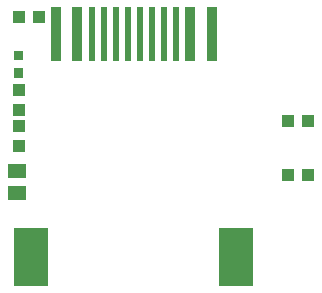
<source format=gbr>
G04 EAGLE Gerber RS-274X export*
G75*
%MOMM*%
%FSLAX34Y34*%
%LPD*%
%INSolderpaste Top*%
%IPPOS*%
%AMOC8*
5,1,8,0,0,1.08239X$1,22.5*%
G01*
%ADD10R,0.800000X0.800000*%
%ADD11R,1.100000X1.000000*%
%ADD12R,1.000000X1.100000*%
%ADD13R,1.500000X1.300000*%
%ADD14R,0.610000X4.600000*%
%ADD15R,0.810000X4.600000*%
%ADD16R,3.000000X4.900000*%


D10*
G36*
X238971Y488222D02*
X230972Y488195D01*
X230945Y496194D01*
X238944Y496221D01*
X238971Y488222D01*
G37*
G36*
X239023Y473222D02*
X231024Y473195D01*
X230997Y481194D01*
X238996Y481221D01*
X239023Y473222D01*
G37*
D11*
X235246Y446264D03*
X235246Y463264D03*
D12*
X234982Y415788D03*
X234982Y432788D03*
D13*
X233184Y394500D03*
X233184Y375500D03*
D14*
X368186Y510081D03*
X357986Y510081D03*
X347786Y510081D03*
X337586Y510081D03*
X327386Y510081D03*
X317186Y510081D03*
X306986Y510081D03*
X296786Y510081D03*
D15*
X380186Y510081D03*
X398586Y510081D03*
X284786Y510081D03*
X266386Y510081D03*
D16*
X419305Y321437D03*
X245667Y321437D03*
D11*
X462988Y391319D03*
X479988Y391319D03*
X479988Y436563D03*
X462988Y436563D03*
D12*
X252181Y524669D03*
X235181Y524669D03*
M02*

</source>
